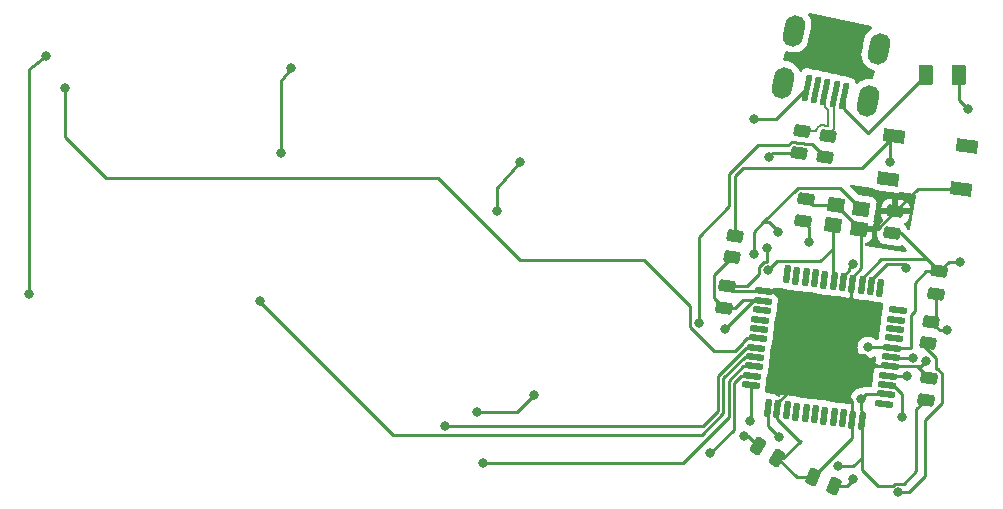
<source format=gtl>
%TF.GenerationSoftware,KiCad,Pcbnew,(7.0.0)*%
%TF.CreationDate,2023-03-16T17:08:34-03:00*%
%TF.ProjectId,TCC-PCB,5443432d-5043-4422-9e6b-696361645f70,rev?*%
%TF.SameCoordinates,Original*%
%TF.FileFunction,Copper,L1,Top*%
%TF.FilePolarity,Positive*%
%FSLAX46Y46*%
G04 Gerber Fmt 4.6, Leading zero omitted, Abs format (unit mm)*
G04 Created by KiCad (PCBNEW (7.0.0)) date 2023-03-16 17:08:34*
%MOMM*%
%LPD*%
G01*
G04 APERTURE LIST*
G04 Aperture macros list*
%AMRoundRect*
0 Rectangle with rounded corners*
0 $1 Rounding radius*
0 $2 $3 $4 $5 $6 $7 $8 $9 X,Y pos of 4 corners*
0 Add a 4 corners polygon primitive as box body*
4,1,4,$2,$3,$4,$5,$6,$7,$8,$9,$2,$3,0*
0 Add four circle primitives for the rounded corners*
1,1,$1+$1,$2,$3*
1,1,$1+$1,$4,$5*
1,1,$1+$1,$6,$7*
1,1,$1+$1,$8,$9*
0 Add four rect primitives between the rounded corners*
20,1,$1+$1,$2,$3,$4,$5,0*
20,1,$1+$1,$4,$5,$6,$7,0*
20,1,$1+$1,$6,$7,$8,$9,0*
20,1,$1+$1,$8,$9,$2,$3,0*%
%AMHorizOval*
0 Thick line with rounded ends*
0 $1 width*
0 $2 $3 position (X,Y) of the first rounded end (center of the circle)*
0 $4 $5 position (X,Y) of the second rounded end (center of the circle)*
0 Add line between two ends*
20,1,$1,$2,$3,$4,$5,0*
0 Add two circle primitives to create the rounded ends*
1,1,$1,$2,$3*
1,1,$1,$4,$5*%
%AMRotRect*
0 Rectangle, with rotation*
0 The origin of the aperture is its center*
0 $1 length*
0 $2 width*
0 $3 Rotation angle, in degrees counterclockwise*
0 Add horizontal line*
21,1,$1,$2,0,0,$3*%
G04 Aperture macros list end*
%TA.AperFunction,SMDPad,CuDef*%
%ADD10RoundRect,0.250000X0.409088X-0.322573X0.482154X0.197317X-0.409088X0.322573X-0.482154X-0.197317X0*%
%TD*%
%TA.AperFunction,SMDPad,CuDef*%
%ADD11RoundRect,0.250000X0.463724X0.270343X0.039700X0.535303X-0.463724X-0.270343X-0.039700X-0.535303X0*%
%TD*%
%TA.AperFunction,SMDPad,CuDef*%
%ADD12RotRect,2.250000X0.500000X258.000000*%
%TD*%
%TA.AperFunction,ComponentPad*%
%ADD13HorizOval,1.700000X-0.103956X-0.489074X0.103956X0.489074X0*%
%TD*%
%TA.AperFunction,SMDPad,CuDef*%
%ADD14RoundRect,0.250000X-0.435584X0.313674X-0.505171X-0.181460X0.435584X-0.313674X0.505171X0.181460X0*%
%TD*%
%TA.AperFunction,SMDPad,CuDef*%
%ADD15RoundRect,0.250000X0.435584X-0.313674X0.505171X0.181460X-0.435584X0.313674X-0.505171X-0.181460X0*%
%TD*%
%TA.AperFunction,SMDPad,CuDef*%
%ADD16RoundRect,0.250000X-0.409734X-0.346761X0.053858X-0.534064X0.409734X0.346761X-0.053858X0.534064X0*%
%TD*%
%TA.AperFunction,SMDPad,CuDef*%
%ADD17RoundRect,0.250000X-0.375000X-0.625000X0.375000X-0.625000X0.375000X0.625000X-0.375000X0.625000X0*%
%TD*%
%TA.AperFunction,SMDPad,CuDef*%
%ADD18RoundRect,0.250000X-0.409088X0.322573X-0.482154X-0.197317X0.409088X-0.322573X0.482154X0.197317X0*%
%TD*%
%TA.AperFunction,SMDPad,CuDef*%
%ADD19RotRect,1.800000X1.100000X352.000000*%
%TD*%
%TA.AperFunction,SMDPad,CuDef*%
%ADD20RotRect,1.500000X0.550000X172.000000*%
%TD*%
%TA.AperFunction,SMDPad,CuDef*%
%ADD21RotRect,1.500000X0.550000X262.000000*%
%TD*%
%TA.AperFunction,SMDPad,CuDef*%
%ADD22RotRect,1.400000X1.200000X352.000000*%
%TD*%
%TA.AperFunction,ViaPad*%
%ADD23C,0.800000*%
%TD*%
%TA.AperFunction,Conductor*%
%ADD24C,0.250000*%
%TD*%
%TA.AperFunction,Conductor*%
%ADD25C,0.200000*%
%TD*%
G04 APERTURE END LIST*
D10*
%TO.P,R4,1*%
%TO.N,+5V*%
X176920000Y-90002500D03*
%TO.P,R4,2*%
%TO.N,Net-(U1-~{RESET})*%
X177173990Y-88195260D03*
%TD*%
D11*
%TO.P,C7,1*%
%TO.N,GND*%
X180730000Y-107022500D03*
%TO.P,C7,2*%
%TO.N,Net-(U1-XTAL2)*%
X179118708Y-106015654D03*
%TD*%
D10*
%TO.P,R1,1*%
%TO.N,Net-(U1-~{HWB}{slash}PE2)*%
X193540000Y-97332500D03*
%TO.P,R1,2*%
%TO.N,GND*%
X193793990Y-95525260D03*
%TD*%
D12*
%TO.P,USB1,1,GND*%
%TO.N,GND*%
X183244724Y-75680962D03*
%TO.P,USB1,2,ID*%
%TO.N,unconnected-(USB1-ID-Pad2)*%
X184027242Y-75847292D03*
%TO.P,USB1,3,D+*%
%TO.N,D+*%
X184809760Y-76013621D03*
%TO.P,USB1,4,D-*%
%TO.N,D-*%
X185592278Y-76179951D03*
%TO.P,USB1,5,VBUS*%
%TO.N,VCC*%
X186374797Y-76346280D03*
D13*
%TO.P,USB1,6,SHIELD*%
%TO.N,unconnected-(USB1-SHIELD-Pad6)*%
X189315602Y-72370835D03*
X182175124Y-70853079D03*
X188379999Y-76772499D03*
X181239522Y-75254744D03*
%TD*%
D14*
%TO.P,C4,1*%
%TO.N,+5V*%
X194444428Y-91240990D03*
%TO.P,C4,2*%
%TO.N,GND*%
X194180000Y-93122500D03*
%TD*%
D15*
%TO.P,C1,1*%
%TO.N,Net-(U1-UCAP)*%
X182926130Y-86952820D03*
%TO.P,C1,2*%
%TO.N,GND*%
X183190558Y-85071310D03*
%TD*%
%TO.P,C5,1*%
%TO.N,+5V*%
X176190000Y-94342500D03*
%TO.P,C5,2*%
%TO.N,GND*%
X176454428Y-92460990D03*
%TD*%
D16*
%TO.P,C6,1*%
%TO.N,GND*%
X183788350Y-108660748D03*
%TO.P,C6,2*%
%TO.N,Net-(U1-XTAL1)*%
X185550000Y-109372500D03*
%TD*%
D17*
%TO.P,F1,1*%
%TO.N,VCC*%
X193330000Y-74642500D03*
%TO.P,F1,2*%
%TO.N,+5V*%
X196130000Y-74642500D03*
%TD*%
D18*
%TO.P,R3,1*%
%TO.N,D-*%
X184996995Y-79738880D03*
%TO.P,R3,2*%
%TO.N,Net-(U1-D-)*%
X184743005Y-81546120D03*
%TD*%
%TO.P,R2,1*%
%TO.N,D+*%
X182816995Y-79378880D03*
%TO.P,R2,2*%
%TO.N,Net-(U1-D+)*%
X182563005Y-81186120D03*
%TD*%
D19*
%TO.P,SW1,1,1*%
%TO.N,GND*%
X196269661Y-84255373D03*
%TO.P,SW1,2,2*%
%TO.N,Net-(U1-~{RESET})*%
X190644939Y-79728507D03*
%TO.P,SW1,3*%
%TO.N,N/C*%
X196784601Y-80591381D03*
%TO.P,SW1,4*%
X190129999Y-83392499D03*
%TD*%
D15*
%TO.P,C3,1*%
%TO.N,+5V*%
X193297786Y-102123255D03*
%TO.P,C3,2*%
%TO.N,GND*%
X193562214Y-100241745D03*
%TD*%
D20*
%TO.P,U1,1,PE6*%
%TO.N,unconnected-(U1-PE6-Pad1)*%
X189802194Y-102439022D03*
%TO.P,U1,2,UVCC*%
%TO.N,+5V*%
X189913532Y-101646807D03*
%TO.P,U1,3,D-*%
%TO.N,Net-(U1-D-)*%
X190024871Y-100854593D03*
%TO.P,U1,4,D+*%
%TO.N,Net-(U1-D+)*%
X190136209Y-100062379D03*
%TO.P,U1,5,UGND*%
%TO.N,GND*%
X190247548Y-99270164D03*
%TO.P,U1,6,UCAP*%
%TO.N,Net-(U1-UCAP)*%
X190358886Y-98477950D03*
%TO.P,U1,7,VBUS*%
%TO.N,+5V*%
X190470224Y-97685735D03*
%TO.P,U1,8,PB0*%
%TO.N,unconnected-(U1-PB0-Pad8)*%
X190581563Y-96893521D03*
%TO.P,U1,9,PB1*%
%TO.N,unconnected-(U1-PB1-Pad9)*%
X190692901Y-96101306D03*
%TO.P,U1,10,PB2*%
%TO.N,unconnected-(U1-PB2-Pad10)*%
X190804240Y-95309092D03*
%TO.P,U1,11,PB3*%
%TO.N,unconnected-(U1-PB3-Pad11)*%
X190915578Y-94516877D03*
D21*
%TO.P,U1,12,PB7*%
%TO.N,unconnected-(U1-PB7-Pad12)*%
X189468717Y-92596827D03*
%TO.P,U1,13,~{RESET}*%
%TO.N,Net-(U1-~{RESET})*%
X188676502Y-92485489D03*
%TO.P,U1,14,VCC*%
%TO.N,+5V*%
X187884288Y-92374150D03*
%TO.P,U1,15,GND*%
%TO.N,GND*%
X187092074Y-92262812D03*
%TO.P,U1,16,XTAL2*%
%TO.N,Net-(U1-XTAL2)*%
X186299859Y-92151473D03*
%TO.P,U1,17,XTAL1*%
%TO.N,Net-(U1-XTAL1)*%
X185507645Y-92040135D03*
%TO.P,U1,18,PD0*%
%TO.N,unconnected-(U1-PD0-Pad18)*%
X184715430Y-91928797D03*
%TO.P,U1,19,PD1*%
%TO.N,unconnected-(U1-PD1-Pad19)*%
X183923216Y-91817458D03*
%TO.P,U1,20,PD2*%
%TO.N,unconnected-(U1-PD2-Pad20)*%
X183131001Y-91706120D03*
%TO.P,U1,21,PD3*%
%TO.N,unconnected-(U1-PD3-Pad21)*%
X182338787Y-91594781D03*
%TO.P,U1,22,PD5*%
%TO.N,unconnected-(U1-PD5-Pad22)*%
X181546572Y-91483443D03*
D20*
%TO.P,U1,23,GND*%
%TO.N,GND*%
X179626522Y-92930304D03*
%TO.P,U1,24,AVCC*%
%TO.N,+5V*%
X179515184Y-93722519D03*
%TO.P,U1,25,PD4*%
%TO.N,unconnected-(U1-PD4-Pad25)*%
X179403845Y-94514733D03*
%TO.P,U1,26,PD6*%
%TO.N,ROW1*%
X179292507Y-95306947D03*
%TO.P,U1,27,PD7*%
%TO.N,ROW0*%
X179181168Y-96099162D03*
%TO.P,U1,28,PB4*%
%TO.N,COL1*%
X179069830Y-96891376D03*
%TO.P,U1,29,PB5*%
%TO.N,COL0*%
X178958492Y-97683591D03*
%TO.P,U1,30,PB6*%
%TO.N,COL2*%
X178847153Y-98475805D03*
%TO.P,U1,31,PC6*%
%TO.N,COL3*%
X178735815Y-99268020D03*
%TO.P,U1,32,PC7*%
%TO.N,COL4*%
X178624476Y-100060234D03*
%TO.P,U1,33,~{HWB}/PE2*%
%TO.N,Net-(U1-~{HWB}{slash}PE2)*%
X178513138Y-100852449D03*
D21*
%TO.P,U1,34,VCC*%
%TO.N,+5V*%
X179959999Y-102772499D03*
%TO.P,U1,35,GND*%
%TO.N,GND*%
X180752214Y-102883837D03*
%TO.P,U1,36,PF7*%
%TO.N,unconnected-(U1-PF7-Pad36)*%
X181544428Y-102995176D03*
%TO.P,U1,37,PF6*%
%TO.N,unconnected-(U1-PF6-Pad37)*%
X182336642Y-103106514D03*
%TO.P,U1,38,PF5*%
%TO.N,unconnected-(U1-PF5-Pad38)*%
X183128857Y-103217853D03*
%TO.P,U1,39,PF4*%
%TO.N,unconnected-(U1-PF4-Pad39)*%
X183921071Y-103329191D03*
%TO.P,U1,40,PF1*%
%TO.N,unconnected-(U1-PF1-Pad40)*%
X184713286Y-103440529D03*
%TO.P,U1,41,PF0*%
%TO.N,unconnected-(U1-PF0-Pad41)*%
X185505500Y-103551868D03*
%TO.P,U1,42,AREF*%
%TO.N,unconnected-(U1-AREF-Pad42)*%
X186297715Y-103663206D03*
%TO.P,U1,43,GND*%
%TO.N,GND*%
X187089929Y-103774545D03*
%TO.P,U1,44,AVCC*%
%TO.N,+5V*%
X187882144Y-103885883D03*
%TD*%
D15*
%TO.P,C2,1*%
%TO.N,+5V*%
X190471972Y-88013319D03*
%TO.P,C2,2*%
%TO.N,GND*%
X190736400Y-86131809D03*
%TD*%
D22*
%TO.P,Y1,1,1*%
%TO.N,Net-(U1-XTAL1)*%
X185441409Y-87306318D03*
%TO.P,Y1,2,2*%
%TO.N,GND*%
X187619999Y-87612499D03*
%TO.P,Y1,3,3*%
%TO.N,Net-(U1-XTAL2)*%
X187856593Y-85929044D03*
%TO.P,Y1,4,4*%
%TO.N,GND*%
X185678003Y-85622863D03*
%TD*%
D23*
%TO.N,Net-(U1-UCAP)*%
X183430000Y-88722500D03*
X192270000Y-98545665D03*
%TO.N,GND*%
X179850000Y-89292500D03*
X195090000Y-96222500D03*
X193340000Y-98802500D03*
X178790000Y-78292500D03*
%TO.N,+5V*%
X196190000Y-90442500D03*
X188430000Y-97662500D03*
X196850000Y-77442500D03*
X180890000Y-105282500D03*
X185890000Y-107722500D03*
X187860000Y-102012500D03*
X176300000Y-96092500D03*
%TO.N,Net-(U1-XTAL1)*%
X179910000Y-91142500D03*
X187130000Y-108822500D03*
%TO.N,Net-(U1-XTAL2)*%
X180790000Y-87932500D03*
X178740000Y-89722500D03*
X177880000Y-105192500D03*
X187140000Y-90632500D03*
%TO.N,COL0*%
X152580000Y-104332500D03*
%TO.N,COL1*%
X118780000Y-73012500D03*
X117350000Y-93122500D03*
X120410000Y-75702500D03*
%TO.N,COL2*%
X136970000Y-93752500D03*
X138710000Y-81192500D03*
X139580000Y-74012500D03*
%TO.N,COL3*%
X157010000Y-86132500D03*
X160110000Y-101722500D03*
X158950000Y-81942500D03*
X155780000Y-107472500D03*
X155330000Y-103142500D03*
%TO.N,Net-(U1-~{HWB}{slash}PE2)*%
X191000000Y-109922500D03*
X178400000Y-103932500D03*
%TO.N,Net-(U1-D+)*%
X191750000Y-100102500D03*
X180050000Y-81522500D03*
%TO.N,Net-(U1-D-)*%
X191300000Y-103592500D03*
X174090000Y-95642500D03*
%TO.N,Net-(U1-~{RESET})*%
X190270000Y-81982500D03*
X191630000Y-90922000D03*
%TO.N,COL4*%
X175070000Y-106632500D03*
%TD*%
D24*
%TO.N,Net-(U1-UCAP)*%
X183430000Y-87456690D02*
X182926130Y-86952820D01*
X183430000Y-88722500D02*
X183430000Y-87456690D01*
X190426601Y-98545665D02*
X190358887Y-98477951D01*
X192270000Y-98545665D02*
X190426601Y-98545665D01*
%TO.N,GND*%
X189255709Y-87612500D02*
X190736400Y-86131809D01*
X194491230Y-96222500D02*
X195090000Y-96222500D01*
X193793990Y-95525260D02*
X194491230Y-96222500D01*
X179185000Y-90842195D02*
X179185000Y-91447500D01*
X186950000Y-92404888D02*
X187092075Y-92262813D01*
X187092075Y-91757827D02*
X187865000Y-90984902D01*
X179626523Y-92930305D02*
X176923743Y-92930305D01*
X192612835Y-84255374D02*
X196269662Y-84255374D01*
X179609695Y-90417500D02*
X179185000Y-90842195D01*
X185678004Y-85622864D02*
X183742112Y-85622864D01*
X186060000Y-98332500D02*
X185580000Y-98812500D01*
X189012360Y-99270165D02*
X188074695Y-98332500D01*
X182710000Y-105572500D02*
X182581000Y-105572500D01*
X187092075Y-92262813D02*
X187092075Y-91757827D01*
X180383894Y-92930305D02*
X179626523Y-92930305D01*
X192590634Y-99270165D02*
X193562214Y-100241745D01*
X181260000Y-107022500D02*
X182710000Y-105572500D01*
X180752215Y-103743715D02*
X180752215Y-102883838D01*
X194180000Y-95139250D02*
X194180000Y-93122500D01*
X180752215Y-102883838D02*
X180752215Y-102378853D01*
X179850000Y-89292500D02*
X179850000Y-90417500D01*
X180730000Y-107022500D02*
X181260000Y-107022500D01*
X179850000Y-90417500D02*
X179609695Y-90417500D01*
X183742112Y-85622864D02*
X183190558Y-85071310D01*
X187620000Y-87612500D02*
X189255709Y-87612500D01*
X180633188Y-78292500D02*
X178790000Y-78292500D01*
X190736400Y-86131809D02*
X192612835Y-84255374D01*
X187089930Y-102232430D02*
X187089930Y-103774546D01*
X187865000Y-90984902D02*
X187865000Y-87857500D01*
X190247549Y-99270165D02*
X192030000Y-99270165D01*
X183788350Y-108660748D02*
X187089930Y-105359168D01*
X179185000Y-91447500D02*
X178171510Y-92460990D01*
X176923743Y-92930305D02*
X176454428Y-92460990D01*
X178171510Y-92460990D02*
X176454428Y-92460990D01*
X180752215Y-102378853D02*
X183240000Y-99891068D01*
X193793990Y-95525260D02*
X194180000Y-95139250D01*
X187620000Y-87612500D02*
X187620000Y-87564860D01*
X185580000Y-100722500D02*
X187089930Y-102232430D01*
X186870000Y-98332500D02*
X186950000Y-98252500D01*
X192872335Y-99270165D02*
X192030000Y-99270165D01*
X183240000Y-95786411D02*
X180383894Y-92930305D01*
X187865000Y-87857500D02*
X187620000Y-87612500D01*
X187620000Y-87564860D02*
X185678004Y-85622864D01*
X182581000Y-105572500D02*
X180752215Y-103743715D01*
X190247549Y-99270165D02*
X189012360Y-99270165D01*
X183244725Y-75680963D02*
X180633188Y-78292500D01*
X182368248Y-108660748D02*
X180730000Y-107022500D01*
X186950000Y-98252500D02*
X186950000Y-92404888D01*
X183240000Y-99891068D02*
X183240000Y-95786411D01*
X188074695Y-98332500D02*
X186190000Y-98332500D01*
X183788350Y-108660748D02*
X182368248Y-108660748D01*
X187089930Y-105359168D02*
X187089930Y-103774546D01*
X185580000Y-98812500D02*
X185580000Y-100722500D01*
X193340000Y-98802500D02*
X192872335Y-99270165D01*
X192030000Y-99270165D02*
X192590634Y-99270165D01*
%TO.N,+5V*%
X178655308Y-93722520D02*
X179515185Y-93722520D01*
X187860000Y-102012500D02*
X188225692Y-101646808D01*
X177850000Y-93682500D02*
X178615288Y-93682500D01*
X193351510Y-91240990D02*
X192390000Y-92202500D01*
X190446989Y-97662500D02*
X190470225Y-97685736D01*
X189270000Y-109402500D02*
X187882145Y-108014645D01*
X179960000Y-104322500D02*
X180890000Y-105282500D01*
X190471972Y-88013319D02*
X191216757Y-88013319D01*
X179960000Y-104322500D02*
X179960000Y-102772500D01*
X190494695Y-109402500D02*
X189270000Y-109402500D01*
X196850000Y-77522500D02*
X196800000Y-77472500D01*
X196130000Y-76722500D02*
X196850000Y-77442500D01*
X196850000Y-77442500D02*
X196850000Y-77522500D01*
X188225692Y-101646808D02*
X189913533Y-101646808D01*
X178655308Y-93722520D02*
X176290000Y-96087828D01*
X193297786Y-102123255D02*
X192510000Y-102911041D01*
X188430000Y-97662500D02*
X190446989Y-97662500D01*
X175346706Y-91575794D02*
X175346706Y-93499206D01*
X192390000Y-92202500D02*
X192390000Y-94602500D01*
X185890000Y-107722500D02*
X187182145Y-107722500D01*
X191216757Y-88013319D02*
X194444428Y-91240990D01*
X178615288Y-93682500D02*
X178655308Y-93722520D01*
X192510000Y-108112500D02*
X191425000Y-109197500D01*
X177190000Y-94342500D02*
X177850000Y-93682500D01*
X194444428Y-91240990D02*
X193351510Y-91240990D01*
X192390000Y-94602500D02*
X192080000Y-94912500D01*
X191425000Y-109197500D02*
X190699695Y-109197500D01*
X175346706Y-93499206D02*
X176190000Y-94342500D01*
X195242918Y-90442500D02*
X194444428Y-91240990D01*
X192510000Y-102911041D02*
X192510000Y-108112500D01*
X187884289Y-92374151D02*
X187884289Y-91869166D01*
X187182145Y-107722500D02*
X187882145Y-107022500D01*
X192080000Y-97685736D02*
X190470225Y-97685736D01*
X176920000Y-90002500D02*
X175346706Y-91575794D01*
X190699695Y-109197500D02*
X190494695Y-109402500D01*
X187884289Y-91869166D02*
X189555955Y-90197500D01*
X187882145Y-103885884D02*
X187860000Y-102012500D01*
X196190000Y-90442500D02*
X195242918Y-90442500D01*
X176190000Y-94342500D02*
X177190000Y-94342500D01*
X187882145Y-107022500D02*
X187882145Y-103885884D01*
X192080000Y-94912500D02*
X192080000Y-97685736D01*
X196130000Y-74642500D02*
X196130000Y-76722500D01*
X187882145Y-108014645D02*
X187882145Y-107022500D01*
X189555955Y-90197500D02*
X193400938Y-90197500D01*
%TO.N,Net-(U1-XTAL1)*%
X185441410Y-87306319D02*
X185441410Y-89312500D01*
X185441410Y-91973900D02*
X185507646Y-92040136D01*
X180675030Y-90377470D02*
X184376440Y-90377470D01*
X185550000Y-109372500D02*
X186610000Y-109372500D01*
X185441410Y-89312500D02*
X185441410Y-91973900D01*
X184376440Y-90377470D02*
X185441410Y-89312500D01*
X186610000Y-109372500D02*
X187130000Y-108852500D01*
X179910000Y-91142500D02*
X180675030Y-90377470D01*
%TO.N,Net-(U1-XTAL2)*%
X178740000Y-87920473D02*
X178740000Y-89722500D01*
X187856594Y-85929045D02*
X186082634Y-84155085D01*
X179568986Y-87091486D02*
X178740000Y-87920473D01*
X178295554Y-105192500D02*
X179118708Y-106015654D01*
X180898133Y-87932500D02*
X180820000Y-87854367D01*
X182505388Y-84155085D02*
X179568986Y-87091486D01*
X177880000Y-105192500D02*
X178295554Y-105192500D01*
X179568986Y-87091486D02*
X180057119Y-87091486D01*
X186082634Y-84155085D02*
X182505388Y-84155085D01*
X180790000Y-87824367D02*
X180790000Y-87932500D01*
X186789511Y-90982989D02*
X187140000Y-90632500D01*
X186789511Y-91156839D02*
X186789511Y-90982989D01*
X186299860Y-92151474D02*
X186299860Y-91646490D01*
X180057119Y-87091486D02*
X180790000Y-87824367D01*
X186299860Y-91646490D02*
X186789511Y-91156839D01*
X180790000Y-87932500D02*
X180898133Y-87932500D01*
%TO.N,VCC*%
X188425442Y-79547058D02*
X193330000Y-74642500D01*
X186374798Y-76346281D02*
X186374798Y-77496414D01*
X186374798Y-77496414D02*
X188425442Y-79547058D01*
%TO.N,COL0*%
X175723543Y-103033707D02*
X175723543Y-100058665D01*
X178098616Y-97683592D02*
X178958493Y-97683592D01*
X152580000Y-104332500D02*
X174424750Y-104332500D01*
X175723543Y-100058665D02*
X178098616Y-97683592D01*
X174424750Y-104332500D02*
X175723543Y-103033707D01*
%TO.N,COL1*%
X173365000Y-94175000D02*
X169431823Y-90241823D01*
X178209956Y-96891377D02*
X177852519Y-97248814D01*
X120410000Y-75612500D02*
X120420000Y-75622500D01*
X117350000Y-93122500D02*
X117350000Y-74072500D01*
X177167906Y-97977906D02*
X175400101Y-97977906D01*
X120410000Y-79840000D02*
X120410000Y-75702500D01*
X117350000Y-74072500D02*
X118780000Y-73012500D01*
X177852519Y-97248814D02*
X177852519Y-97293293D01*
X152041823Y-83341823D02*
X123911823Y-83341823D01*
X169431823Y-90241823D02*
X158941823Y-90241823D01*
X177852519Y-97293293D02*
X177167906Y-97977906D01*
X179069831Y-96891377D02*
X178209956Y-96891377D01*
X175400101Y-97977906D02*
X173365000Y-95942805D01*
X173365000Y-95942805D02*
X173365000Y-94175000D01*
X123911823Y-83341823D02*
X120410000Y-79840000D01*
X120410000Y-75702500D02*
X120410000Y-75612500D01*
X158941823Y-90241823D02*
X152041823Y-83341823D01*
%TO.N,COL2*%
X136970000Y-93832500D02*
X136970000Y-93752500D01*
X148195000Y-105057500D02*
X136970000Y-93832500D01*
X176173543Y-100289542D02*
X176173543Y-103220103D01*
X178847154Y-98475806D02*
X177987279Y-98475806D01*
X136970000Y-93752500D02*
X136890000Y-93752500D01*
X138710000Y-75082500D02*
X139580000Y-74012500D01*
X174336146Y-105057500D02*
X148195000Y-105057500D01*
X136890000Y-93752500D02*
X136970000Y-93832500D01*
X138710000Y-81192500D02*
X138710000Y-75082500D01*
X177987279Y-98475806D02*
X176173543Y-100289542D01*
X176173543Y-103220103D02*
X174336146Y-105057500D01*
%TO.N,COL3*%
X157010000Y-86132500D02*
X157010000Y-84192500D01*
X176623543Y-100492561D02*
X176623543Y-103600103D01*
X178735816Y-99268021D02*
X177848083Y-99268021D01*
X172751146Y-107472500D02*
X155780000Y-107472500D01*
X158740000Y-103142500D02*
X160110000Y-101722500D01*
X157010000Y-84192500D02*
X158950000Y-81942500D01*
X176623543Y-103600103D02*
X172751146Y-107472500D01*
X177848083Y-99268021D02*
X176623543Y-100492561D01*
X155330000Y-103142500D02*
X158740000Y-103142500D01*
%TO.N,Net-(U1-~{HWB}{slash}PE2)*%
X193540000Y-97332500D02*
X193240000Y-97632500D01*
X193240000Y-103782436D02*
X193240000Y-108532500D01*
X193240000Y-97632500D02*
X194142150Y-98534650D01*
X193240000Y-108532500D02*
X191850000Y-109922500D01*
X194383265Y-99524028D02*
X194669936Y-99904455D01*
X178400000Y-103932500D02*
X178513139Y-103819361D01*
X194142150Y-99490142D02*
X194383265Y-99524028D01*
X194142150Y-98534650D02*
X194142150Y-99490142D01*
X191850000Y-109922500D02*
X191000000Y-109922500D01*
X178513139Y-103819361D02*
X178513139Y-100852450D01*
X194669936Y-102352500D02*
X193240000Y-103782436D01*
X194669936Y-99904455D02*
X194669936Y-102352500D01*
D25*
%TO.N,D+*%
X184813841Y-76017702D02*
X184809761Y-76013622D01*
X184813841Y-77352654D02*
X184813841Y-76017702D01*
X184074966Y-79114162D02*
X184438852Y-78839954D01*
X184037762Y-79378880D02*
X184074966Y-79114162D01*
X182816995Y-79378880D02*
X184037762Y-79378880D01*
X185059184Y-78927136D02*
X185059184Y-77597997D01*
X184438852Y-78839954D02*
X185059184Y-78927136D01*
X185059184Y-77597997D02*
X184813841Y-77352654D01*
D24*
%TO.N,Net-(U1-D+)*%
X182563005Y-81186120D02*
X180356380Y-81186120D01*
X190176330Y-100102500D02*
X190136210Y-100062380D01*
X191750000Y-100102500D02*
X190176330Y-100102500D01*
X180356380Y-81186120D02*
X180050000Y-81492500D01*
D25*
%TO.N,D-*%
X184996995Y-79697079D02*
X185509186Y-79184888D01*
X185509186Y-79184888D02*
X185509186Y-76263045D01*
X185509186Y-76263045D02*
X185592279Y-76179952D01*
X184996995Y-79738880D02*
X184996995Y-79697079D01*
D24*
%TO.N,Net-(U1-D-)*%
X181617660Y-80547667D02*
X179108437Y-80547667D01*
X184743005Y-81546120D02*
X183649431Y-80452546D01*
X183649431Y-80452546D02*
X183361039Y-80452546D01*
X174090000Y-88302500D02*
X174090000Y-95642500D01*
X190572094Y-100854594D02*
X190024872Y-100854594D01*
X179108437Y-80547667D02*
X176670000Y-82986104D01*
X176670000Y-85722500D02*
X174090000Y-88302500D01*
X183361039Y-80452546D02*
X181998087Y-80260996D01*
X181998087Y-80260996D02*
X181617660Y-80547667D01*
X191300000Y-103592500D02*
X191300000Y-101582500D01*
X191300000Y-101582500D02*
X190572094Y-100854594D01*
X176670000Y-82986104D02*
X176670000Y-85722500D01*
%TO.N,Net-(U1-~{RESET})*%
X187902204Y-82471244D02*
X177821256Y-82471244D01*
X191355500Y-90647500D02*
X190009508Y-90647500D01*
X177120000Y-83172500D02*
X177120000Y-88141270D01*
X190644940Y-79728508D02*
X187902204Y-82471244D01*
X190270000Y-81982500D02*
X190270000Y-80103448D01*
X188676503Y-91980505D02*
X188676503Y-92485490D01*
X190270000Y-80103448D02*
X190644940Y-79728508D01*
X177821256Y-82471244D02*
X177120000Y-83172500D01*
X191630000Y-90922000D02*
X191355500Y-90647500D01*
X190009508Y-90647500D02*
X188676503Y-91980505D01*
%TO.N,COL4*%
X177073543Y-100678957D02*
X177692265Y-100060235D01*
X177073543Y-104628957D02*
X177073543Y-100678957D01*
X177692265Y-100060235D02*
X178624477Y-100060235D01*
X175070000Y-106632500D02*
X177073543Y-104628957D01*
%TD*%
%TA.AperFunction,Conductor*%
%TO.N,GND*%
G36*
X180996831Y-92662741D02*
G01*
X181049571Y-92676025D01*
X181049584Y-92676027D01*
X181052806Y-92676839D01*
X181692267Y-92766708D01*
X181752190Y-92768659D01*
X181752137Y-92770276D01*
X181786487Y-92775103D01*
X181786883Y-92773534D01*
X181845021Y-92788177D01*
X182484482Y-92878046D01*
X182544405Y-92879997D01*
X182544352Y-92881617D01*
X182578701Y-92886443D01*
X182579097Y-92884873D01*
X182637235Y-92899516D01*
X183276696Y-92989385D01*
X183336619Y-92991336D01*
X183336566Y-92992953D01*
X183370916Y-92997780D01*
X183371312Y-92996211D01*
X183429450Y-93010854D01*
X184068911Y-93100723D01*
X184128834Y-93102674D01*
X184128781Y-93104294D01*
X184163130Y-93109120D01*
X184163526Y-93107550D01*
X184221664Y-93122193D01*
X184861125Y-93212062D01*
X184921048Y-93214013D01*
X184920995Y-93215630D01*
X184955345Y-93220457D01*
X184955741Y-93218888D01*
X185013879Y-93233531D01*
X185653340Y-93323400D01*
X185713263Y-93325351D01*
X185713210Y-93326969D01*
X185747559Y-93331796D01*
X185747955Y-93330226D01*
X185806093Y-93344869D01*
X186445554Y-93434738D01*
X186505477Y-93436689D01*
X186505432Y-93438046D01*
X186539892Y-93442889D01*
X186540345Y-93441092D01*
X186595198Y-93454907D01*
X186601716Y-93456181D01*
X186824451Y-93487485D01*
X186838175Y-93485475D01*
X186842075Y-93472169D01*
X186842075Y-93389875D01*
X186858944Y-93327433D01*
X186904963Y-93281980D01*
X186967609Y-93265884D01*
X187029838Y-93283525D01*
X187074718Y-93330102D01*
X187099484Y-93375118D01*
X187099486Y-93375121D01*
X187103758Y-93382885D01*
X187110043Y-93389131D01*
X187110046Y-93389134D01*
X187199554Y-93478076D01*
X187205848Y-93484330D01*
X187332384Y-93552903D01*
X187390522Y-93567546D01*
X188029983Y-93657415D01*
X188089906Y-93659366D01*
X188089853Y-93660986D01*
X188124202Y-93665812D01*
X188124598Y-93664242D01*
X188182736Y-93678885D01*
X188822197Y-93768754D01*
X188882120Y-93770705D01*
X188882067Y-93772322D01*
X188916417Y-93777149D01*
X188916813Y-93775580D01*
X188974951Y-93790223D01*
X189436504Y-93855089D01*
X189614412Y-93880092D01*
X189614284Y-93880998D01*
X189674499Y-93904056D01*
X189715695Y-93958705D01*
X189721286Y-94022984D01*
X189722184Y-94023111D01*
X189673568Y-94369040D01*
X189632315Y-94662572D01*
X189632207Y-94665886D01*
X189632206Y-94665899D01*
X189630364Y-94722495D01*
X189628752Y-94722442D01*
X189623924Y-94756793D01*
X189625489Y-94757188D01*
X189611657Y-94812104D01*
X189611655Y-94812113D01*
X189610846Y-94815326D01*
X189610384Y-94818607D01*
X189610382Y-94818622D01*
X189553895Y-95220557D01*
X189520977Y-95454787D01*
X189520869Y-95458101D01*
X189520868Y-95458114D01*
X189519026Y-95514710D01*
X189517416Y-95514657D01*
X189512589Y-95549008D01*
X189514150Y-95549402D01*
X189500318Y-95604318D01*
X189500316Y-95604327D01*
X189499507Y-95607540D01*
X189499045Y-95610821D01*
X189499043Y-95610836D01*
X189450589Y-95955613D01*
X189409638Y-96247001D01*
X189409530Y-96250315D01*
X189409529Y-96250328D01*
X189407687Y-96306924D01*
X189406075Y-96306871D01*
X189401247Y-96341222D01*
X189402812Y-96341617D01*
X189388980Y-96396533D01*
X189388978Y-96396542D01*
X189388169Y-96399755D01*
X189387707Y-96403036D01*
X189387705Y-96403051D01*
X189339251Y-96747828D01*
X189321280Y-96875705D01*
X189313613Y-96930257D01*
X189291979Y-96984713D01*
X189247757Y-97023155D01*
X189190820Y-97037000D01*
X189133748Y-97037000D01*
X189083315Y-97026281D01*
X189045218Y-96998604D01*
X189045050Y-96998791D01*
X189043271Y-96997189D01*
X189041601Y-96995976D01*
X189035871Y-96989612D01*
X189030613Y-96985792D01*
X189030611Y-96985790D01*
X188887988Y-96882169D01*
X188887987Y-96882168D01*
X188882730Y-96878349D01*
X188876792Y-96875705D01*
X188715745Y-96804001D01*
X188715740Y-96803999D01*
X188709803Y-96801356D01*
X188703444Y-96800004D01*
X188703440Y-96800003D01*
X188531008Y-96763352D01*
X188531005Y-96763351D01*
X188524646Y-96762000D01*
X188335354Y-96762000D01*
X188328995Y-96763351D01*
X188328991Y-96763352D01*
X188156559Y-96800003D01*
X188156552Y-96800005D01*
X188150197Y-96801356D01*
X188144262Y-96803998D01*
X188144254Y-96804001D01*
X187983207Y-96875705D01*
X187983202Y-96875707D01*
X187977270Y-96878349D01*
X187972016Y-96882165D01*
X187972011Y-96882169D01*
X187829388Y-96985790D01*
X187829381Y-96985795D01*
X187824129Y-96989612D01*
X187819784Y-96994437D01*
X187819779Y-96994442D01*
X187701813Y-97125456D01*
X187701808Y-97125462D01*
X187697467Y-97130284D01*
X187694222Y-97135904D01*
X187694218Y-97135910D01*
X187606069Y-97288589D01*
X187606066Y-97288594D01*
X187602821Y-97294216D01*
X187600815Y-97300388D01*
X187600813Y-97300394D01*
X187546333Y-97468064D01*
X187546331Y-97468073D01*
X187544326Y-97474244D01*
X187543648Y-97480694D01*
X187543646Y-97480704D01*
X187537289Y-97541194D01*
X187524540Y-97662500D01*
X187525219Y-97668960D01*
X187543646Y-97844295D01*
X187543647Y-97844303D01*
X187544326Y-97850756D01*
X187546331Y-97856928D01*
X187546333Y-97856935D01*
X187577233Y-97952033D01*
X187602821Y-98030784D01*
X187606068Y-98036408D01*
X187606069Y-98036410D01*
X187689305Y-98180580D01*
X187697467Y-98194716D01*
X187701811Y-98199541D01*
X187701813Y-98199543D01*
X187816382Y-98326784D01*
X187824129Y-98335388D01*
X187977270Y-98446651D01*
X188150197Y-98523644D01*
X188335354Y-98563000D01*
X188518143Y-98563000D01*
X188524646Y-98563000D01*
X188709803Y-98523644D01*
X188882730Y-98446651D01*
X188888921Y-98442152D01*
X188889786Y-98441792D01*
X188893615Y-98439582D01*
X188893901Y-98440078D01*
X188941978Y-98420062D01*
X188999300Y-98424267D01*
X189048567Y-98453866D01*
X189079196Y-98502501D01*
X189084606Y-98559721D01*
X189076086Y-98620345D01*
X189076084Y-98620359D01*
X189075623Y-98623645D01*
X189075515Y-98626959D01*
X189075514Y-98626972D01*
X189073672Y-98683568D01*
X189072319Y-98683523D01*
X189067479Y-98717984D01*
X189069270Y-98718435D01*
X189055454Y-98773288D01*
X189054180Y-98779806D01*
X189022876Y-99002541D01*
X189024886Y-99016265D01*
X189038193Y-99020165D01*
X189120488Y-99020165D01*
X189182930Y-99037034D01*
X189228383Y-99083053D01*
X189244479Y-99145699D01*
X189226838Y-99207928D01*
X189180261Y-99252808D01*
X189135242Y-99277575D01*
X189135235Y-99277579D01*
X189127476Y-99281849D01*
X189121232Y-99288131D01*
X189121226Y-99288137D01*
X189032284Y-99377645D01*
X189032280Y-99377649D01*
X189026031Y-99383939D01*
X189021805Y-99391736D01*
X189021802Y-99391741D01*
X188961153Y-99503655D01*
X188961150Y-99503661D01*
X188957458Y-99510475D01*
X188955565Y-99517989D01*
X188955564Y-99517993D01*
X188943626Y-99565391D01*
X188943624Y-99565400D01*
X188942815Y-99568613D01*
X188942353Y-99571894D01*
X188942351Y-99571909D01*
X188857120Y-100178373D01*
X188852946Y-100208074D01*
X188852838Y-100211388D01*
X188852837Y-100211401D01*
X188850995Y-100267997D01*
X188849381Y-100267944D01*
X188844555Y-100302294D01*
X188846120Y-100302689D01*
X188832288Y-100357605D01*
X188832286Y-100357614D01*
X188831477Y-100360827D01*
X188831015Y-100364108D01*
X188831013Y-100364123D01*
X188753655Y-100914565D01*
X188732021Y-100969021D01*
X188687799Y-101007463D01*
X188630862Y-101021308D01*
X188303467Y-101021308D01*
X188292411Y-101020786D01*
X188285025Y-101019135D01*
X188277237Y-101019379D01*
X188277230Y-101019379D01*
X188217805Y-101021247D01*
X188213911Y-101021308D01*
X188186342Y-101021308D01*
X188182486Y-101021794D01*
X188182483Y-101021795D01*
X188182427Y-101021802D01*
X188182354Y-101021811D01*
X188170736Y-101022725D01*
X188134857Y-101023853D01*
X188134856Y-101023853D01*
X188127065Y-101024098D01*
X188119580Y-101026272D01*
X188119576Y-101026273D01*
X188107817Y-101029689D01*
X188088779Y-101033631D01*
X188076641Y-101035165D01*
X188076633Y-101035166D01*
X188068900Y-101036144D01*
X188061652Y-101039013D01*
X188061646Y-101039015D01*
X188028289Y-101052221D01*
X188017246Y-101056002D01*
X187982792Y-101066013D01*
X187982786Y-101066015D01*
X187975302Y-101068190D01*
X187968590Y-101072159D01*
X187968588Y-101072160D01*
X187958056Y-101078388D01*
X187940596Y-101086942D01*
X187929209Y-101091450D01*
X187929198Y-101091455D01*
X187921960Y-101094322D01*
X187918198Y-101097055D01*
X187859994Y-101112000D01*
X187765354Y-101112000D01*
X187758995Y-101113351D01*
X187758991Y-101113352D01*
X187586559Y-101150003D01*
X187586552Y-101150005D01*
X187580197Y-101151356D01*
X187574262Y-101153998D01*
X187574254Y-101154001D01*
X187413207Y-101225705D01*
X187413202Y-101225707D01*
X187407270Y-101228349D01*
X187402016Y-101232165D01*
X187402011Y-101232169D01*
X187259388Y-101335790D01*
X187259381Y-101335795D01*
X187254129Y-101339612D01*
X187249784Y-101344437D01*
X187249779Y-101344442D01*
X187131813Y-101475456D01*
X187131808Y-101475462D01*
X187127467Y-101480284D01*
X187124222Y-101485904D01*
X187124218Y-101485910D01*
X187036069Y-101638589D01*
X187036066Y-101638594D01*
X187032821Y-101644216D01*
X187030815Y-101650388D01*
X187030813Y-101650394D01*
X186976333Y-101818064D01*
X186976331Y-101818073D01*
X186974326Y-101824244D01*
X186973648Y-101830694D01*
X186973646Y-101830704D01*
X186962488Y-101936878D01*
X186954540Y-102012500D01*
X186955219Y-102018960D01*
X186973646Y-102194295D01*
X186973647Y-102194303D01*
X186974326Y-102200756D01*
X186976331Y-102206928D01*
X186976333Y-102206935D01*
X187015633Y-102327885D01*
X187020014Y-102386595D01*
X186996822Y-102440709D01*
X186951287Y-102478027D01*
X186899772Y-102488854D01*
X186899820Y-102489372D01*
X186896473Y-102489682D01*
X186896091Y-102489628D01*
X186893672Y-102490137D01*
X186884354Y-102489834D01*
X186884414Y-102487986D01*
X186849951Y-102483140D01*
X186849621Y-102484455D01*
X186794704Y-102470623D01*
X186794699Y-102470622D01*
X186791483Y-102469812D01*
X186788197Y-102469350D01*
X186788186Y-102469348D01*
X186155318Y-102380406D01*
X186155314Y-102380405D01*
X186152022Y-102379943D01*
X186148705Y-102379835D01*
X186148694Y-102379834D01*
X186092099Y-102377992D01*
X186092151Y-102376380D01*
X186057800Y-102371550D01*
X186057406Y-102373117D01*
X186002489Y-102359285D01*
X186002484Y-102359284D01*
X185999268Y-102358474D01*
X185995982Y-102358012D01*
X185995971Y-102358010D01*
X185363103Y-102269068D01*
X185363099Y-102269067D01*
X185359807Y-102268605D01*
X185356490Y-102268497D01*
X185356479Y-102268496D01*
X185299884Y-102266654D01*
X185299936Y-102265045D01*
X185265585Y-102260215D01*
X185265192Y-102261778D01*
X185210275Y-102247946D01*
X185210270Y-102247945D01*
X185207054Y-102247135D01*
X185203768Y-102246673D01*
X185203757Y-102246671D01*
X184570889Y-102157729D01*
X184570885Y-102157728D01*
X184567593Y-102157266D01*
X184564276Y-102157158D01*
X184564265Y-102157157D01*
X184507670Y-102155315D01*
X184507722Y-102153703D01*
X184473371Y-102148873D01*
X184472977Y-102150440D01*
X184418060Y-102136608D01*
X184418055Y-102136607D01*
X184414839Y-102135797D01*
X184411553Y-102135335D01*
X184411542Y-102135333D01*
X183778674Y-102046391D01*
X183778670Y-102046390D01*
X183775378Y-102045928D01*
X183772061Y-102045820D01*
X183772050Y-102045819D01*
X183715455Y-102043977D01*
X183715507Y-102042364D01*
X183681157Y-102037535D01*
X183680763Y-102039102D01*
X183625846Y-102025270D01*
X183625841Y-102025269D01*
X183622625Y-102024459D01*
X183619339Y-102023997D01*
X183619328Y-102023995D01*
X182986460Y-101935053D01*
X182986456Y-101935052D01*
X182983164Y-101934590D01*
X182979847Y-101934482D01*
X182979836Y-101934481D01*
X182923241Y-101932639D01*
X182923293Y-101931030D01*
X182888941Y-101926200D01*
X182888548Y-101927763D01*
X182833631Y-101913931D01*
X182833626Y-101913930D01*
X182830410Y-101913120D01*
X182827124Y-101912658D01*
X182827113Y-101912656D01*
X182194245Y-101823714D01*
X182194241Y-101823713D01*
X182190949Y-101823251D01*
X182187632Y-101823143D01*
X182187621Y-101823142D01*
X182131026Y-101821300D01*
X182131078Y-101819687D01*
X182096728Y-101814858D01*
X182096334Y-101816425D01*
X182041417Y-101802593D01*
X182041412Y-101802592D01*
X182038196Y-101801782D01*
X182034910Y-101801320D01*
X182034899Y-101801318D01*
X181402031Y-101712376D01*
X181402027Y-101712375D01*
X181398735Y-101711913D01*
X181395418Y-101711805D01*
X181395407Y-101711804D01*
X181338812Y-101709962D01*
X181338856Y-101708608D01*
X181304396Y-101703765D01*
X181303945Y-101705559D01*
X181249091Y-101691743D01*
X181242573Y-101690469D01*
X181019838Y-101659165D01*
X181006114Y-101661175D01*
X181002215Y-101674482D01*
X181002215Y-101756778D01*
X180985346Y-101819220D01*
X180939327Y-101864673D01*
X180876681Y-101880769D01*
X180814452Y-101863128D01*
X180769572Y-101816551D01*
X180744804Y-101771532D01*
X180744802Y-101771530D01*
X180740531Y-101763766D01*
X180734244Y-101757518D01*
X180734242Y-101757516D01*
X180644734Y-101668574D01*
X180644733Y-101668573D01*
X180638441Y-101662321D01*
X180630639Y-101658093D01*
X180630638Y-101658092D01*
X180518724Y-101597443D01*
X180518721Y-101597442D01*
X180511905Y-101593748D01*
X180504387Y-101591854D01*
X180504386Y-101591854D01*
X180456988Y-101579916D01*
X180456983Y-101579915D01*
X180453767Y-101579105D01*
X180450481Y-101578643D01*
X180450470Y-101578641D01*
X179814306Y-101489236D01*
X179814432Y-101488338D01*
X179754182Y-101465245D01*
X179713005Y-101410577D01*
X179707443Y-101346344D01*
X179706534Y-101346217D01*
X179723099Y-101228349D01*
X179796403Y-100706756D01*
X179798354Y-100646833D01*
X179799971Y-100646885D01*
X179804800Y-100612535D01*
X179803229Y-100612140D01*
X179803228Y-100612140D01*
X179817872Y-100554002D01*
X179907741Y-99914541D01*
X179909692Y-99854618D01*
X179911306Y-99854670D01*
X179916135Y-99820320D01*
X179914568Y-99819926D01*
X179914567Y-99819926D01*
X179929211Y-99761788D01*
X180019080Y-99122327D01*
X180021031Y-99062404D01*
X180022648Y-99062456D01*
X180027477Y-99028106D01*
X180025906Y-99027711D01*
X180025905Y-99027711D01*
X180040549Y-98969573D01*
X180130418Y-98330112D01*
X180132369Y-98270189D01*
X180133983Y-98270241D01*
X180138812Y-98235891D01*
X180137245Y-98235497D01*
X180137244Y-98235497D01*
X180151888Y-98177359D01*
X180241757Y-97537898D01*
X180243708Y-97477975D01*
X180245325Y-97478027D01*
X180250154Y-97443677D01*
X180248583Y-97443282D01*
X180255128Y-97417295D01*
X180263226Y-97385144D01*
X180353095Y-96745683D01*
X180355046Y-96685760D01*
X180356664Y-96685812D01*
X180361492Y-96651463D01*
X180359921Y-96651068D01*
X180370446Y-96609278D01*
X180374564Y-96592930D01*
X180464433Y-95953469D01*
X180466384Y-95893546D01*
X180468002Y-95893598D01*
X180472832Y-95859248D01*
X180471260Y-95858853D01*
X180471259Y-95858853D01*
X180485903Y-95800715D01*
X180575772Y-95161254D01*
X180577723Y-95101331D01*
X180579341Y-95101383D01*
X180584169Y-95067034D01*
X180582598Y-95066639D01*
X180582598Y-95066638D01*
X180597241Y-95008501D01*
X180687110Y-94369040D01*
X180689061Y-94309117D01*
X180690675Y-94309169D01*
X180695504Y-94274819D01*
X180693937Y-94274425D01*
X180693937Y-94274424D01*
X180708580Y-94216287D01*
X180798449Y-93576826D01*
X180800400Y-93516903D01*
X180801755Y-93516947D01*
X180806600Y-93482487D01*
X180804802Y-93482035D01*
X180818617Y-93427181D01*
X180819891Y-93420663D01*
X180851195Y-93197928D01*
X180849185Y-93184204D01*
X180835879Y-93180305D01*
X180679164Y-93180305D01*
X180640191Y-93174021D01*
X180605167Y-93155806D01*
X180604190Y-93155079D01*
X180597896Y-93148825D01*
X180590097Y-93144598D01*
X180590095Y-93144597D01*
X180478182Y-93083949D01*
X180478181Y-93083948D01*
X180471360Y-93080252D01*
X180463836Y-93078357D01*
X180416445Y-93066421D01*
X180416432Y-93066418D01*
X180413222Y-93065610D01*
X180341519Y-93055532D01*
X180392962Y-92680305D01*
X180887507Y-92680305D01*
X180913898Y-92674305D01*
X180940461Y-92661759D01*
X180996831Y-92662741D01*
G37*
%TD.AperFunction*%
%TD*%
%TA.AperFunction,NonConductor*%
G36*
X188690715Y-70492532D02*
G01*
X188742910Y-70517505D01*
X188778090Y-70563443D01*
X188788597Y-70620343D01*
X188772141Y-70675816D01*
X188732306Y-70717782D01*
X188589469Y-70810541D01*
X188589464Y-70810544D01*
X188584932Y-70813488D01*
X188580983Y-70817169D01*
X188580972Y-70817179D01*
X188416071Y-70970954D01*
X188412108Y-70974650D01*
X188408849Y-70978973D01*
X188408846Y-70978978D01*
X188273155Y-71159044D01*
X188273148Y-71159054D01*
X188269895Y-71163372D01*
X188267437Y-71168194D01*
X188267435Y-71168199D01*
X188165071Y-71369100D01*
X188162614Y-71373923D01*
X188161033Y-71379093D01*
X188161031Y-71379099D01*
X188114644Y-71530825D01*
X188110830Y-71543300D01*
X188110269Y-71545935D01*
X188110264Y-71545958D01*
X187879874Y-72629862D01*
X187878399Y-72636802D01*
X187878071Y-72639468D01*
X187878070Y-72639478D01*
X187871090Y-72696326D01*
X187856814Y-72812598D01*
X187857097Y-72818002D01*
X187857097Y-72818009D01*
X187868897Y-73043178D01*
X187868898Y-73043187D01*
X187869181Y-73048581D01*
X187922339Y-73278831D01*
X187924452Y-73283809D01*
X187924453Y-73283812D01*
X187991268Y-73441218D01*
X188014671Y-73496353D01*
X188143373Y-73694537D01*
X188304533Y-73867361D01*
X188308861Y-73870622D01*
X188488934Y-74006317D01*
X188488938Y-74006319D01*
X188493257Y-74009574D01*
X188703808Y-74116854D01*
X188894001Y-74175003D01*
X188946843Y-74207343D01*
X188977444Y-74261213D01*
X188978164Y-74323164D01*
X188846978Y-74857220D01*
X188819380Y-74909860D01*
X188770456Y-74943610D01*
X188711447Y-74950716D01*
X188536645Y-74929254D01*
X188536642Y-74929253D01*
X188531268Y-74928594D01*
X188525862Y-74928877D01*
X188525855Y-74928877D01*
X188300687Y-74940676D01*
X188300676Y-74940677D01*
X188295285Y-74940960D01*
X188290022Y-74942174D01*
X188290015Y-74942176D01*
X188070308Y-74992900D01*
X188070301Y-74992902D01*
X188065035Y-74994118D01*
X188060060Y-74996229D01*
X188060053Y-74996232D01*
X187852499Y-75084333D01*
X187852493Y-75084335D01*
X187847513Y-75086450D01*
X187842972Y-75089398D01*
X187842968Y-75089401D01*
X187653871Y-75212202D01*
X187653868Y-75212204D01*
X187649329Y-75215152D01*
X187645374Y-75218839D01*
X187645369Y-75218844D01*
X187556290Y-75301912D01*
X187497214Y-75332575D01*
X187430793Y-75328275D01*
X187376165Y-75290249D01*
X187349069Y-75229454D01*
X187346505Y-75212202D01*
X187337717Y-75153078D01*
X187277306Y-75022448D01*
X187182541Y-74914128D01*
X187175062Y-74909371D01*
X187175060Y-74909370D01*
X187067639Y-74841056D01*
X187067636Y-74841054D01*
X187061097Y-74836896D01*
X187004122Y-74818233D01*
X187000883Y-74817544D01*
X187000870Y-74817541D01*
X186424651Y-74695064D01*
X186424649Y-74695063D01*
X186421395Y-74694372D01*
X186418085Y-74694032D01*
X186369467Y-74689038D01*
X186369465Y-74689038D01*
X186361755Y-74688246D01*
X186354087Y-74689385D01*
X186347159Y-74689542D01*
X186291375Y-74677684D01*
X186285122Y-74674728D01*
X186278578Y-74670567D01*
X186271210Y-74668153D01*
X186271207Y-74668152D01*
X186237918Y-74657248D01*
X186221603Y-74651904D01*
X186218364Y-74651215D01*
X186218351Y-74651212D01*
X185642132Y-74528735D01*
X185642130Y-74528734D01*
X185638876Y-74528043D01*
X185635566Y-74527703D01*
X185586948Y-74522709D01*
X185586946Y-74522709D01*
X185579236Y-74521917D01*
X185571569Y-74523056D01*
X185564643Y-74523213D01*
X185508859Y-74511355D01*
X185502604Y-74508398D01*
X185496060Y-74504237D01*
X185488692Y-74501823D01*
X185488689Y-74501822D01*
X185455400Y-74490918D01*
X185439085Y-74485574D01*
X185435846Y-74484885D01*
X185435833Y-74484882D01*
X184859614Y-74362405D01*
X184859612Y-74362404D01*
X184856358Y-74361713D01*
X184853048Y-74361373D01*
X184804430Y-74356379D01*
X184804428Y-74356379D01*
X184796718Y-74355587D01*
X184789051Y-74356726D01*
X184782123Y-74356883D01*
X184726339Y-74345025D01*
X184720086Y-74342069D01*
X184713542Y-74337908D01*
X184706174Y-74335494D01*
X184706171Y-74335493D01*
X184668531Y-74323164D01*
X184656567Y-74319245D01*
X184653328Y-74318556D01*
X184653315Y-74318553D01*
X184077096Y-74196076D01*
X184077094Y-74196075D01*
X184073840Y-74195384D01*
X184070530Y-74195044D01*
X184021912Y-74190050D01*
X184021910Y-74190050D01*
X184014200Y-74189258D01*
X184006533Y-74190397D01*
X183999607Y-74190554D01*
X183943823Y-74178696D01*
X183937568Y-74175739D01*
X183931024Y-74171578D01*
X183923656Y-74169164D01*
X183923653Y-74169163D01*
X183890364Y-74158259D01*
X183874049Y-74152915D01*
X183870810Y-74152226D01*
X183870797Y-74152223D01*
X183294578Y-74029746D01*
X183294576Y-74029745D01*
X183291322Y-74029054D01*
X183288012Y-74028714D01*
X183239397Y-74023720D01*
X183239393Y-74023720D01*
X183231682Y-74022928D01*
X183224013Y-74024067D01*
X183224008Y-74024068D01*
X183098098Y-74042783D01*
X183098092Y-74042784D01*
X183089324Y-74044088D01*
X183081278Y-74047808D01*
X183081274Y-74047810D01*
X182966744Y-74100775D01*
X182966742Y-74100775D01*
X182958694Y-74104498D01*
X182952023Y-74110333D01*
X182952017Y-74110338D01*
X182857047Y-74193424D01*
X182857043Y-74193428D01*
X182850374Y-74199263D01*
X182845619Y-74206739D01*
X182845612Y-74206748D01*
X182808936Y-74264420D01*
X182759455Y-74308938D01*
X182694083Y-74321456D01*
X182631656Y-74298369D01*
X182590160Y-74246328D01*
X182576753Y-74214743D01*
X182540455Y-74129228D01*
X182411753Y-73931045D01*
X182250593Y-73758221D01*
X182061869Y-73616007D01*
X181969013Y-73568695D01*
X181856141Y-73511184D01*
X181856137Y-73511182D01*
X181851318Y-73508727D01*
X181846147Y-73507146D01*
X181846142Y-73507144D01*
X181630509Y-73441218D01*
X181630506Y-73441217D01*
X181625337Y-73439637D01*
X181619976Y-73438978D01*
X181619968Y-73438977D01*
X181396168Y-73411499D01*
X181396165Y-73411498D01*
X181390791Y-73410839D01*
X181385380Y-73411122D01*
X181379977Y-73410934D01*
X181380039Y-73409150D01*
X181333048Y-73400491D01*
X181287303Y-73365728D01*
X181262137Y-73314077D01*
X181262954Y-73256628D01*
X181314305Y-73053850D01*
X181407125Y-72687315D01*
X181439864Y-72629862D01*
X181497480Y-72597405D01*
X181563585Y-72599176D01*
X181789311Y-72668189D01*
X182023857Y-72696987D01*
X182259840Y-72684620D01*
X182490090Y-72631462D01*
X182707612Y-72539130D01*
X182905796Y-72410428D01*
X183078620Y-72249267D01*
X183220833Y-72060544D01*
X183328113Y-71849993D01*
X183379898Y-71680616D01*
X183612329Y-70587114D01*
X183633914Y-70411318D01*
X183621547Y-70175335D01*
X183568389Y-69945086D01*
X183476057Y-69727563D01*
X183374839Y-69571702D01*
X183355512Y-69517099D01*
X183363096Y-69459670D01*
X183395938Y-69411953D01*
X183446872Y-69384361D01*
X183504778Y-69382915D01*
X188690715Y-70492532D01*
G37*
%TD.AperFunction*%
%TA.AperFunction,Conductor*%
%TO.N,GND*%
G36*
X188783038Y-84174687D02*
G01*
X188820365Y-84186502D01*
X188852149Y-84209369D01*
X188860476Y-84217643D01*
X188987012Y-84286215D01*
X189045150Y-84300858D01*
X190922446Y-84564694D01*
X190982369Y-84566645D01*
X191122904Y-84535606D01*
X191123185Y-84536880D01*
X191175074Y-84531354D01*
X192353432Y-84707054D01*
X192412835Y-84733054D01*
X192450993Y-84785482D01*
X192457470Y-84850002D01*
X191995947Y-87630534D01*
X191967463Y-87691284D01*
X191911502Y-87728302D01*
X191844451Y-87730750D01*
X191785940Y-87697911D01*
X191716846Y-87628817D01*
X191690957Y-87590913D01*
X191629311Y-87450254D01*
X191523727Y-87310140D01*
X191518170Y-87305532D01*
X191513180Y-87300304D01*
X191514519Y-87299025D01*
X191484249Y-87256979D01*
X191477089Y-87194945D01*
X191501071Y-87137288D01*
X191541471Y-87105440D01*
X191540489Y-87103762D01*
X191559105Y-87092869D01*
X191687589Y-86996049D01*
X191697964Y-86986146D01*
X191800663Y-86862297D01*
X191808470Y-86850276D01*
X191880038Y-86705680D01*
X191884659Y-86693042D01*
X191906974Y-86602422D01*
X191908169Y-86596221D01*
X191935826Y-86399432D01*
X191933816Y-86385708D01*
X191920510Y-86381809D01*
X189494985Y-86381809D01*
X189484229Y-86384201D01*
X189483805Y-86395213D01*
X189507823Y-86526942D01*
X189512015Y-86540651D01*
X189576595Y-86688002D01*
X189583844Y-86700390D01*
X189680662Y-86828873D01*
X189695555Y-86844475D01*
X189694147Y-86845818D01*
X189724201Y-86887555D01*
X189731367Y-86949585D01*
X189707395Y-87007243D01*
X189666695Y-87039336D01*
X189667629Y-87040932D01*
X189661399Y-87044576D01*
X189654782Y-87047477D01*
X189649015Y-87051822D01*
X189649011Y-87051825D01*
X189520435Y-87148713D01*
X189520428Y-87148719D01*
X189514668Y-87153060D01*
X189510063Y-87158612D01*
X189510057Y-87158619D01*
X189407290Y-87282552D01*
X189407287Y-87282555D01*
X189402681Y-87288111D01*
X189399480Y-87294576D01*
X189399478Y-87294581D01*
X189347160Y-87400284D01*
X189324856Y-87445347D01*
X189323238Y-87451915D01*
X189323238Y-87451917D01*
X189300906Y-87542606D01*
X189300901Y-87542628D01*
X189300152Y-87545673D01*
X189299712Y-87548800D01*
X189299711Y-87548808D01*
X189217085Y-88136725D01*
X189216646Y-88139851D01*
X189216527Y-88142992D01*
X189216526Y-88143005D01*
X189212994Y-88236337D01*
X189212994Y-88236345D01*
X189212739Y-88243101D01*
X189213951Y-88249752D01*
X189213952Y-88249756D01*
X189242913Y-88408592D01*
X189242914Y-88408596D01*
X189244209Y-88415697D01*
X189247106Y-88422308D01*
X189247108Y-88422313D01*
X189272057Y-88479239D01*
X189314633Y-88576384D01*
X189420217Y-88716498D01*
X189555267Y-88828486D01*
X189712503Y-88906311D01*
X189812830Y-88931015D01*
X190852628Y-89077148D01*
X190955878Y-89081056D01*
X191128475Y-89049585D01*
X191217746Y-89010460D01*
X191265835Y-89000043D01*
X191314192Y-89009151D01*
X191355199Y-89036351D01*
X191659523Y-89340675D01*
X191689914Y-89390473D01*
X191694169Y-89448657D01*
X191690909Y-89468301D01*
X191668541Y-89521378D01*
X191624605Y-89558623D01*
X191568582Y-89572000D01*
X191469664Y-89572000D01*
X191449900Y-89570415D01*
X188249101Y-89053651D01*
X188194654Y-89030578D01*
X188157085Y-88984912D01*
X188144936Y-88927040D01*
X188160972Y-88870121D01*
X188201544Y-88827102D01*
X188257427Y-88807765D01*
X188274894Y-88806146D01*
X188399054Y-88778725D01*
X188415482Y-88772539D01*
X188525919Y-88711779D01*
X188539935Y-88701217D01*
X188628776Y-88611811D01*
X188639258Y-88597715D01*
X188699836Y-88485931D01*
X188705428Y-88471585D01*
X188717348Y-88424257D01*
X188718624Y-88417735D01*
X188794181Y-87880123D01*
X188792170Y-87866399D01*
X188778865Y-87862500D01*
X187494000Y-87862500D01*
X187432000Y-87845887D01*
X187386613Y-87800500D01*
X187370000Y-87738500D01*
X187370000Y-87486500D01*
X187386613Y-87424500D01*
X187432000Y-87379113D01*
X187494000Y-87362500D01*
X188852068Y-87362500D01*
X188864334Y-87359517D01*
X188868996Y-87347784D01*
X188898019Y-87141276D01*
X188898590Y-87134658D01*
X188900177Y-87085880D01*
X188898757Y-87070551D01*
X188877739Y-86975392D01*
X188876028Y-86931392D01*
X188889798Y-86889574D01*
X188940602Y-86795828D01*
X188955244Y-86737690D01*
X189078007Y-85864185D01*
X189536973Y-85864185D01*
X189538983Y-85877909D01*
X189552290Y-85881809D01*
X190470074Y-85881809D01*
X190482949Y-85878358D01*
X190486400Y-85865483D01*
X190986400Y-85865483D01*
X190989850Y-85878358D01*
X191002726Y-85881809D01*
X191977815Y-85881809D01*
X191988570Y-85879416D01*
X191988994Y-85868404D01*
X191964976Y-85736675D01*
X191960784Y-85722966D01*
X191896204Y-85575615D01*
X191888955Y-85563227D01*
X191792137Y-85434744D01*
X191782231Y-85424366D01*
X191658389Y-85321674D01*
X191646359Y-85313862D01*
X191501767Y-85242294D01*
X191489129Y-85237673D01*
X191398509Y-85215358D01*
X191392308Y-85214163D01*
X191004023Y-85159593D01*
X190990299Y-85161603D01*
X190986400Y-85174910D01*
X190986400Y-85865483D01*
X190486400Y-85865483D01*
X190486400Y-85101707D01*
X190483417Y-85089440D01*
X190471683Y-85084778D01*
X190358831Y-85068918D01*
X190352548Y-85068359D01*
X190259287Y-85064829D01*
X190245870Y-85065787D01*
X190087148Y-85094728D01*
X190073427Y-85098923D01*
X189926082Y-85163500D01*
X189913694Y-85170748D01*
X189785210Y-85267568D01*
X189774835Y-85277471D01*
X189672136Y-85401320D01*
X189664329Y-85413341D01*
X189592761Y-85557937D01*
X189588140Y-85570575D01*
X189565825Y-85661195D01*
X189564630Y-85667396D01*
X189536973Y-85864185D01*
X189078007Y-85864185D01*
X189135576Y-85454555D01*
X189137527Y-85394633D01*
X189106488Y-85254097D01*
X189037113Y-85128000D01*
X189030823Y-85121749D01*
X189030821Y-85121747D01*
X188973541Y-85064829D01*
X188935023Y-85026554D01*
X188927231Y-85022331D01*
X188927228Y-85022329D01*
X188815305Y-84961677D01*
X188815306Y-84961677D01*
X188808487Y-84957982D01*
X188795028Y-84954592D01*
X188753558Y-84944147D01*
X188753553Y-84944146D01*
X188750349Y-84943339D01*
X188747076Y-84942879D01*
X188747066Y-84942877D01*
X187633880Y-84786429D01*
X187595809Y-84774608D01*
X187563457Y-84751317D01*
X186937818Y-84125678D01*
X186906485Y-84072808D01*
X186904388Y-84011386D01*
X186932041Y-83956501D01*
X186982651Y-83921635D01*
X187043781Y-83915353D01*
X188783038Y-84174687D01*
G37*
%TD.AperFunction*%
%TD*%
M02*

</source>
